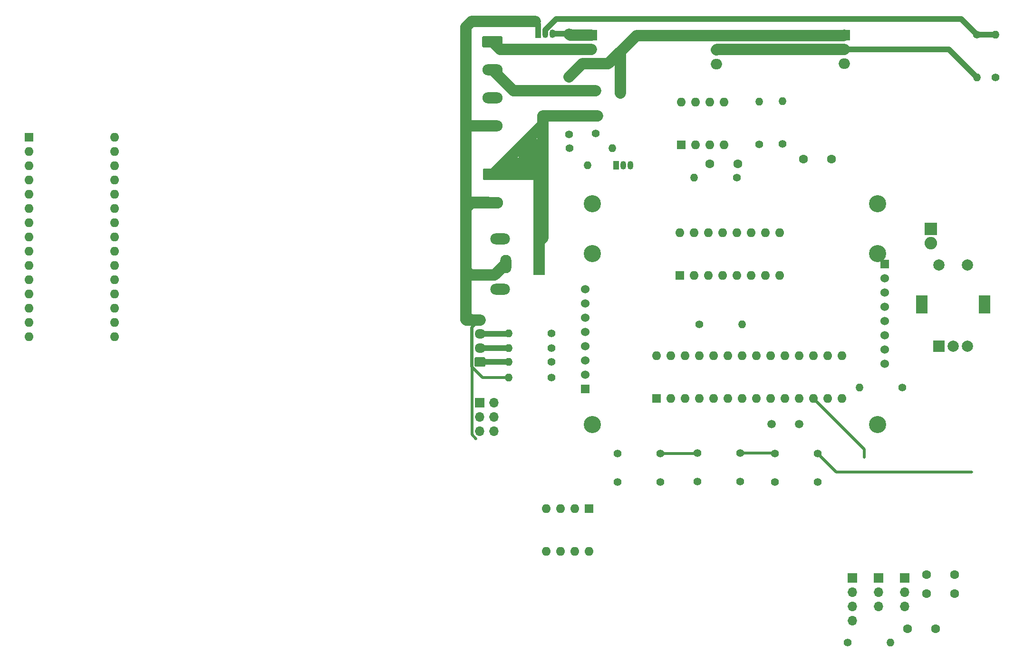
<source format=gbr>
G04 #@! TF.GenerationSoftware,KiCad,Pcbnew,(5.1.4-0-10_14)*
G04 #@! TF.CreationDate,2020-02-28T18:01:43+01:00*
G04 #@! TF.ProjectId,circuit,63697263-7569-4742-9e6b-696361645f70,rev?*
G04 #@! TF.SameCoordinates,Original*
G04 #@! TF.FileFunction,Copper,L2,Bot*
G04 #@! TF.FilePolarity,Positive*
%FSLAX46Y46*%
G04 Gerber Fmt 4.6, Leading zero omitted, Abs format (unit mm)*
G04 Created by KiCad (PCBNEW (5.1.4-0-10_14)) date 2020-02-28 18:01:43*
%MOMM*%
%LPD*%
G04 APERTURE LIST*
%ADD10O,1.400000X1.400000*%
%ADD11C,1.400000*%
%ADD12O,1.700000X1.700000*%
%ADD13R,1.700000X1.700000*%
%ADD14C,1.600000*%
%ADD15O,1.600000X1.600000*%
%ADD16R,1.600000X1.600000*%
%ADD17R,1.524000X1.524000*%
%ADD18C,3.048000*%
%ADD19C,1.524000*%
%ADD20R,1.050000X1.500000*%
%ADD21O,1.050000X1.500000*%
%ADD22O,1.950000X1.700000*%
%ADD23C,0.100000*%
%ADD24C,1.700000*%
%ADD25C,1.500000*%
%ADD26R,2.000000X2.000000*%
%ADD27C,2.000000*%
%ADD28R,2.000000X3.200000*%
%ADD29C,1.397000*%
%ADD30O,2.000000X1.905000*%
%ADD31R,2.000000X1.905000*%
%ADD32O,3.600000X2.080000*%
%ADD33C,2.080000*%
%ADD34O,3.500000X2.000000*%
%ADD35O,2.000000X3.300000*%
%ADD36R,2.000000X4.000000*%
%ADD37O,3.600000X2.000000*%
%ADD38O,2.240000X2.240000*%
%ADD39R,2.240000X2.240000*%
%ADD40C,2.000000*%
%ADD41C,1.000000*%
%ADD42C,0.500000*%
G04 APERTURE END LIST*
D10*
X263749800Y-132282640D03*
D11*
X256129800Y-132282640D03*
D12*
X266279800Y-125862640D03*
X266279800Y-123322640D03*
D13*
X266279800Y-120782640D03*
D12*
X261629800Y-125862640D03*
X261629800Y-123322640D03*
D13*
X261629800Y-120782640D03*
D12*
X256979800Y-128402640D03*
X256979800Y-125862640D03*
X256979800Y-123322640D03*
D13*
X256979800Y-120782640D03*
D14*
X275179800Y-123632640D03*
X270179800Y-123632640D03*
X271799800Y-129882640D03*
X266799800Y-129882640D03*
X275179800Y-120182640D03*
X270179800Y-120182640D03*
D15*
X210063080Y-116027200D03*
X202443080Y-108407200D03*
X207523080Y-116027200D03*
X204983080Y-108407200D03*
X204983080Y-116027200D03*
X207523080Y-108407200D03*
X202443080Y-116027200D03*
D16*
X210063080Y-108407200D03*
D17*
X262691880Y-64856360D03*
D18*
X261421880Y-54061360D03*
X261421880Y-93431360D03*
X210621880Y-93431360D03*
X210621880Y-54061360D03*
D19*
X262691880Y-67396360D03*
X262691880Y-69936360D03*
X262691880Y-72476360D03*
X262691880Y-75016360D03*
X262691880Y-77556360D03*
X262691880Y-80096360D03*
X262691880Y-82636360D03*
D20*
X200990200Y-23820120D03*
D21*
X203530200Y-23820120D03*
X202260200Y-23820120D03*
D19*
X209362040Y-69306440D03*
X209362040Y-71846440D03*
X209362040Y-74386440D03*
X209362040Y-76926440D03*
X209362040Y-79466440D03*
X209362040Y-82006440D03*
X209362040Y-84546440D03*
D18*
X210632040Y-62956440D03*
X210632040Y-93436440D03*
X261432040Y-93436440D03*
X261432040Y-62956440D03*
D17*
X209362040Y-87086440D03*
D22*
X190627000Y-74806160D03*
X190627000Y-77306160D03*
X190627000Y-79806160D03*
D23*
G36*
X191376504Y-81457364D02*
G01*
X191400773Y-81460964D01*
X191424571Y-81466925D01*
X191447671Y-81475190D01*
X191469849Y-81485680D01*
X191490893Y-81498293D01*
X191510598Y-81512907D01*
X191528777Y-81529383D01*
X191545253Y-81547562D01*
X191559867Y-81567267D01*
X191572480Y-81588311D01*
X191582970Y-81610489D01*
X191591235Y-81633589D01*
X191597196Y-81657387D01*
X191600796Y-81681656D01*
X191602000Y-81706160D01*
X191602000Y-82906160D01*
X191600796Y-82930664D01*
X191597196Y-82954933D01*
X191591235Y-82978731D01*
X191582970Y-83001831D01*
X191572480Y-83024009D01*
X191559867Y-83045053D01*
X191545253Y-83064758D01*
X191528777Y-83082937D01*
X191510598Y-83099413D01*
X191490893Y-83114027D01*
X191469849Y-83126640D01*
X191447671Y-83137130D01*
X191424571Y-83145395D01*
X191400773Y-83151356D01*
X191376504Y-83154956D01*
X191352000Y-83156160D01*
X189902000Y-83156160D01*
X189877496Y-83154956D01*
X189853227Y-83151356D01*
X189829429Y-83145395D01*
X189806329Y-83137130D01*
X189784151Y-83126640D01*
X189763107Y-83114027D01*
X189743402Y-83099413D01*
X189725223Y-83082937D01*
X189708747Y-83064758D01*
X189694133Y-83045053D01*
X189681520Y-83024009D01*
X189671030Y-83001831D01*
X189662765Y-82978731D01*
X189656804Y-82954933D01*
X189653204Y-82930664D01*
X189652000Y-82906160D01*
X189652000Y-81706160D01*
X189653204Y-81681656D01*
X189656804Y-81657387D01*
X189662765Y-81633589D01*
X189671030Y-81610489D01*
X189681520Y-81588311D01*
X189694133Y-81567267D01*
X189708747Y-81547562D01*
X189725223Y-81529383D01*
X189743402Y-81512907D01*
X189763107Y-81498293D01*
X189784151Y-81485680D01*
X189806329Y-81475190D01*
X189829429Y-81466925D01*
X189853227Y-81460964D01*
X189877496Y-81457364D01*
X189902000Y-81456160D01*
X191352000Y-81456160D01*
X191376504Y-81457364D01*
X191376504Y-81457364D01*
G37*
D24*
X190627000Y-82306160D03*
D25*
X242577280Y-93360240D03*
X247477280Y-93360240D03*
D20*
X214868760Y-47249080D03*
D21*
X217408760Y-47249080D03*
X216138760Y-47249080D03*
D26*
X272399760Y-79502000D03*
D27*
X274899760Y-79502000D03*
X277399760Y-79502000D03*
D28*
X269299760Y-72002000D03*
X280499760Y-72002000D03*
D27*
X272399760Y-65002000D03*
X277399760Y-65002000D03*
D29*
X215153240Y-103698040D03*
X215153240Y-98618040D03*
X222773240Y-103698040D03*
X222773240Y-98618040D03*
X229351840Y-103609140D03*
X229351840Y-98529140D03*
X236971840Y-103609140D03*
X236971840Y-98529140D03*
X243182140Y-103698040D03*
X243182140Y-98618040D03*
X250802140Y-103698040D03*
X250802140Y-98618040D03*
D10*
X195767960Y-85064600D03*
D11*
X203387960Y-85064600D03*
D10*
X237302040Y-75580240D03*
D11*
X229682040Y-75580240D03*
D10*
X195742560Y-77236320D03*
D11*
X203362560Y-77236320D03*
D10*
X195742560Y-79822040D03*
D11*
X203362560Y-79822040D03*
D10*
X195742560Y-82301080D03*
D11*
X203362560Y-82301080D03*
D10*
X209778600Y-47249080D03*
D11*
X202158600Y-47249080D03*
D10*
X211231480Y-33939480D03*
D11*
X211231480Y-41559480D03*
D10*
X214167720Y-44221400D03*
D11*
X206547720Y-44221400D03*
D10*
X206507080Y-34142680D03*
D11*
X206507080Y-41762680D03*
D30*
X255478280Y-29083000D03*
X255478280Y-26543000D03*
D31*
X255478280Y-24003000D03*
D30*
X232704640Y-29210000D03*
X232704640Y-26670000D03*
D31*
X232704640Y-24130000D03*
D12*
X193085720Y-94686120D03*
X190545720Y-94686120D03*
X193085720Y-92146120D03*
X190545720Y-92146120D03*
X193085720Y-89606120D03*
D13*
X190545720Y-89606120D03*
D32*
X192948560Y-53914040D03*
D23*
G36*
X194523065Y-47795244D02*
G01*
X194547333Y-47798844D01*
X194571132Y-47804805D01*
X194594231Y-47813070D01*
X194616410Y-47823560D01*
X194637453Y-47836172D01*
X194657159Y-47850787D01*
X194675337Y-47867263D01*
X194691813Y-47885441D01*
X194706428Y-47905147D01*
X194719040Y-47926190D01*
X194729530Y-47948369D01*
X194737795Y-47971468D01*
X194743756Y-47995267D01*
X194747356Y-48019535D01*
X194748560Y-48044039D01*
X194748560Y-49624041D01*
X194747356Y-49648545D01*
X194743756Y-49672813D01*
X194737795Y-49696612D01*
X194729530Y-49719711D01*
X194719040Y-49741890D01*
X194706428Y-49762933D01*
X194691813Y-49782639D01*
X194675337Y-49800817D01*
X194657159Y-49817293D01*
X194637453Y-49831908D01*
X194616410Y-49844520D01*
X194594231Y-49855010D01*
X194571132Y-49863275D01*
X194547333Y-49869236D01*
X194523065Y-49872836D01*
X194498561Y-49874040D01*
X191398559Y-49874040D01*
X191374055Y-49872836D01*
X191349787Y-49869236D01*
X191325988Y-49863275D01*
X191302889Y-49855010D01*
X191280710Y-49844520D01*
X191259667Y-49831908D01*
X191239961Y-49817293D01*
X191221783Y-49800817D01*
X191205307Y-49782639D01*
X191190692Y-49762933D01*
X191178080Y-49741890D01*
X191167590Y-49719711D01*
X191159325Y-49696612D01*
X191153364Y-49672813D01*
X191149764Y-49648545D01*
X191148560Y-49624041D01*
X191148560Y-48044039D01*
X191149764Y-48019535D01*
X191153364Y-47995267D01*
X191159325Y-47971468D01*
X191167590Y-47948369D01*
X191178080Y-47926190D01*
X191190692Y-47905147D01*
X191205307Y-47885441D01*
X191221783Y-47867263D01*
X191239961Y-47850787D01*
X191259667Y-47836172D01*
X191280710Y-47823560D01*
X191302889Y-47813070D01*
X191325988Y-47804805D01*
X191349787Y-47798844D01*
X191374055Y-47795244D01*
X191398559Y-47794040D01*
X194498561Y-47794040D01*
X194523065Y-47795244D01*
X194523065Y-47795244D01*
G37*
D33*
X192948560Y-48834040D03*
D34*
X194198480Y-69315720D03*
X194198480Y-60315720D03*
D35*
X195198480Y-64815720D03*
D36*
X201198480Y-64815720D03*
D37*
X192826640Y-40217120D03*
X192826640Y-35217120D03*
X192826640Y-30217120D03*
D23*
G36*
X194401144Y-24218324D02*
G01*
X194425413Y-24221924D01*
X194449211Y-24227885D01*
X194472311Y-24236150D01*
X194494489Y-24246640D01*
X194515533Y-24259253D01*
X194535238Y-24273867D01*
X194553417Y-24290343D01*
X194569893Y-24308522D01*
X194584507Y-24328227D01*
X194597120Y-24349271D01*
X194607610Y-24371449D01*
X194615875Y-24394549D01*
X194621836Y-24418347D01*
X194625436Y-24442616D01*
X194626640Y-24467120D01*
X194626640Y-25967120D01*
X194625436Y-25991624D01*
X194621836Y-26015893D01*
X194615875Y-26039691D01*
X194607610Y-26062791D01*
X194597120Y-26084969D01*
X194584507Y-26106013D01*
X194569893Y-26125718D01*
X194553417Y-26143897D01*
X194535238Y-26160373D01*
X194515533Y-26174987D01*
X194494489Y-26187600D01*
X194472311Y-26198090D01*
X194449211Y-26206355D01*
X194425413Y-26212316D01*
X194401144Y-26215916D01*
X194376640Y-26217120D01*
X191276640Y-26217120D01*
X191252136Y-26215916D01*
X191227867Y-26212316D01*
X191204069Y-26206355D01*
X191180969Y-26198090D01*
X191158791Y-26187600D01*
X191137747Y-26174987D01*
X191118042Y-26160373D01*
X191099863Y-26143897D01*
X191083387Y-26125718D01*
X191068773Y-26106013D01*
X191056160Y-26084969D01*
X191045670Y-26062791D01*
X191037405Y-26039691D01*
X191031444Y-26015893D01*
X191027844Y-25991624D01*
X191026640Y-25967120D01*
X191026640Y-24467120D01*
X191027844Y-24442616D01*
X191031444Y-24418347D01*
X191037405Y-24394549D01*
X191045670Y-24371449D01*
X191056160Y-24349271D01*
X191068773Y-24328227D01*
X191083387Y-24308522D01*
X191099863Y-24290343D01*
X191118042Y-24273867D01*
X191137747Y-24259253D01*
X191158791Y-24246640D01*
X191180969Y-24236150D01*
X191204069Y-24227885D01*
X191227867Y-24221924D01*
X191252136Y-24218324D01*
X191276640Y-24217120D01*
X194376640Y-24217120D01*
X194401144Y-24218324D01*
X194401144Y-24218324D01*
G37*
D27*
X192826640Y-25217120D03*
D15*
X226441000Y-35996880D03*
X234061000Y-43616880D03*
X228981000Y-35996880D03*
X231521000Y-43616880D03*
X231521000Y-35996880D03*
X228981000Y-43616880D03*
X234061000Y-35996880D03*
D16*
X226441000Y-43616880D03*
D14*
X253224040Y-46141640D03*
X248224040Y-46141640D03*
X236587040Y-46944280D03*
X231587040Y-46944280D03*
D15*
X222092520Y-81163160D03*
X255112520Y-88783160D03*
X224632520Y-81163160D03*
X252572520Y-88783160D03*
X227172520Y-81163160D03*
X250032520Y-88783160D03*
X229712520Y-81163160D03*
X247492520Y-88783160D03*
X232252520Y-81163160D03*
X244952520Y-88783160D03*
X234792520Y-81163160D03*
X242412520Y-88783160D03*
X237332520Y-81163160D03*
X239872520Y-88783160D03*
X239872520Y-81163160D03*
X237332520Y-88783160D03*
X242412520Y-81163160D03*
X234792520Y-88783160D03*
X244952520Y-81163160D03*
X232252520Y-88783160D03*
X247492520Y-81163160D03*
X229712520Y-88783160D03*
X250032520Y-81163160D03*
X227172520Y-88783160D03*
X252572520Y-81163160D03*
X224632520Y-88783160D03*
X255112520Y-81163160D03*
D16*
X222092520Y-88783160D03*
D15*
X226217480Y-59232800D03*
X243997480Y-66852800D03*
X228757480Y-59232800D03*
X241457480Y-66852800D03*
X231297480Y-59232800D03*
X238917480Y-66852800D03*
X233837480Y-59232800D03*
X236377480Y-66852800D03*
X236377480Y-59232800D03*
X233837480Y-66852800D03*
X238917480Y-59232800D03*
X231297480Y-66852800D03*
X241457480Y-59232800D03*
X228757480Y-66852800D03*
X243997480Y-59232800D03*
D16*
X226217480Y-66852800D03*
D10*
X258231640Y-86883240D03*
D11*
X265851640Y-86883240D03*
D10*
X282458160Y-23977600D03*
D11*
X282458160Y-31597600D03*
D10*
X279161240Y-31602680D03*
D11*
X279161240Y-23982680D03*
D10*
X206507080Y-23870920D03*
D11*
X206507080Y-31490920D03*
D10*
X240375440Y-35849560D03*
D11*
X240375440Y-43469560D03*
D10*
X244469920Y-35808920D03*
D11*
X244469920Y-43428920D03*
D10*
X228793040Y-49423320D03*
D11*
X236413040Y-49423320D03*
D30*
X210464400Y-29154120D03*
X210464400Y-26614120D03*
D31*
X210464400Y-24074120D03*
D38*
X270906240Y-61147960D03*
D39*
X270906240Y-58607960D03*
D16*
X110286800Y-42240200D03*
D15*
X125526800Y-75260200D03*
X110286800Y-44780200D03*
X125526800Y-72720200D03*
X110286800Y-47320200D03*
X125526800Y-70180200D03*
X110286800Y-49860200D03*
X125526800Y-67640200D03*
X110286800Y-52400200D03*
X125526800Y-65100200D03*
X110286800Y-54940200D03*
X125526800Y-62560200D03*
X110286800Y-57480200D03*
X125526800Y-60020200D03*
X110286800Y-60020200D03*
X125526800Y-57480200D03*
X110286800Y-62560200D03*
X125526800Y-54940200D03*
X110286800Y-65100200D03*
X125526800Y-52400200D03*
X110286800Y-67640200D03*
X125526800Y-49860200D03*
X110286800Y-70180200D03*
X125526800Y-47320200D03*
X110286800Y-72720200D03*
X125526800Y-44780200D03*
X110286800Y-75260200D03*
X125526800Y-42240200D03*
X110286800Y-77800200D03*
X125526800Y-77800200D03*
D40*
X201198480Y-60815720D02*
X201833480Y-60180720D01*
X201833480Y-38414960D02*
X201833480Y-39949120D01*
X201198480Y-64815720D02*
X201198480Y-60815720D01*
X201289920Y-48834040D02*
X201833480Y-48290480D01*
X192948560Y-48834040D02*
X201289920Y-48834040D01*
X201833480Y-48290480D02*
X201833480Y-38414960D01*
X201833480Y-60180720D02*
X201833480Y-48290480D01*
X192948560Y-48834040D02*
X195143120Y-48834040D01*
X195143120Y-48834040D02*
X197098920Y-46878240D01*
X197098920Y-46878240D02*
X200558400Y-46878240D01*
X200558400Y-46878240D02*
X200558400Y-43545760D01*
X200558400Y-43545760D02*
X198506080Y-45598080D01*
X201198480Y-47518320D02*
X200558400Y-46878240D01*
X201198480Y-64815720D02*
X201198480Y-47518320D01*
X199461120Y-42321480D02*
X192948560Y-48834040D01*
X201127360Y-40655240D02*
X199461120Y-42321480D01*
X201833480Y-39949120D02*
X201127360Y-40655240D01*
X229704640Y-24130000D02*
X232704640Y-24130000D01*
X218488520Y-24130000D02*
X229704640Y-24130000D01*
X210464400Y-29154120D02*
X213464400Y-29154120D01*
X255351280Y-24130000D02*
X255478280Y-24003000D01*
X232704640Y-24130000D02*
X255351280Y-24130000D01*
X201833480Y-38414960D02*
X211602320Y-38414960D01*
X215662640Y-34354640D02*
X215662640Y-26955880D01*
X215662640Y-26955880D02*
X218488520Y-24130000D01*
X213464400Y-29154120D02*
X215662640Y-26955880D01*
X208843880Y-29154120D02*
X206507080Y-31490920D01*
X210464400Y-29154120D02*
X208843880Y-29154120D01*
X196549000Y-33939480D02*
X211231480Y-33939480D01*
X192826640Y-30217120D02*
X196549000Y-33939480D01*
X194223640Y-26614120D02*
X192826640Y-25217120D01*
X201833480Y-26614120D02*
X194223640Y-26614120D01*
X201833480Y-26614120D02*
X210464400Y-26614120D01*
X206710280Y-24074120D02*
X206507080Y-23870920D01*
X210464400Y-24074120D02*
X206710280Y-24074120D01*
D41*
X206456280Y-23820120D02*
X206507080Y-23870920D01*
X203530200Y-23820120D02*
X206456280Y-23820120D01*
X202260200Y-23132695D02*
X202219560Y-23092055D01*
X202260200Y-23820120D02*
X202260200Y-23132695D01*
X278461241Y-23282681D02*
X279161240Y-23982680D01*
X204163575Y-21148040D02*
X276326600Y-21148040D01*
X276326600Y-21148040D02*
X278461241Y-23282681D01*
X202219560Y-23092055D02*
X204163575Y-21148040D01*
X282453080Y-23982680D02*
X282458160Y-23977600D01*
X279161240Y-23982680D02*
X282453080Y-23982680D01*
X195672720Y-77306160D02*
X195742560Y-77236320D01*
X190627000Y-77306160D02*
X195672720Y-77306160D01*
X195726680Y-79806160D02*
X195742560Y-79822040D01*
X190627000Y-79806160D02*
X195726680Y-79806160D01*
X195737480Y-82306160D02*
X195742560Y-82301080D01*
X190627000Y-82306160D02*
X195737480Y-82306160D01*
D40*
X188095750Y-40274240D02*
X188152870Y-40217120D01*
X188152870Y-40217120D02*
X192826640Y-40217120D01*
X188188600Y-53858160D02*
X188095750Y-53765310D01*
X192132680Y-53858160D02*
X188188600Y-53858160D01*
X188095750Y-53765310D02*
X188095750Y-40274240D01*
X192188560Y-53914040D02*
X192132680Y-53858160D01*
X192948560Y-53914040D02*
X192188560Y-53914040D01*
X189148560Y-53914040D02*
X192948560Y-53914040D01*
X188095750Y-54966850D02*
X189148560Y-53914040D01*
X188095750Y-65942070D02*
X188095750Y-54966850D01*
X188969401Y-66815721D02*
X188095750Y-65942070D01*
X193198479Y-66815721D02*
X188969401Y-66815721D01*
X195198480Y-64815720D02*
X193198479Y-66815721D01*
X195198480Y-64815720D02*
X195198480Y-65465720D01*
X232831640Y-26543000D02*
X232704640Y-26670000D01*
X189182360Y-74806160D02*
X189148720Y-74772520D01*
X190627000Y-74806160D02*
X189182360Y-74806160D01*
X188166360Y-74806160D02*
X188095750Y-74735550D01*
X190627000Y-74806160D02*
X188166360Y-74806160D01*
X188095750Y-74735550D02*
X188095750Y-52242720D01*
D41*
X200990200Y-22070120D02*
X200489760Y-21569680D01*
X200990200Y-23820120D02*
X200990200Y-22070120D01*
D40*
X188095750Y-22602330D02*
X189128400Y-21569680D01*
X188095750Y-40274240D02*
X188095750Y-22602330D01*
X189128400Y-21569680D02*
X200489760Y-21569680D01*
D41*
X274101560Y-26543000D02*
X279161240Y-31602680D01*
X255478280Y-26543000D02*
X274101560Y-26543000D01*
D42*
X189201990Y-95266392D02*
X189921719Y-95986121D01*
X189201990Y-76106170D02*
X189201990Y-95266392D01*
X190502000Y-74806160D02*
X189201990Y-76106170D01*
X194778011Y-85064600D02*
X195767960Y-85064600D01*
X191070474Y-85064600D02*
X194778011Y-85064600D01*
X189152000Y-83146126D02*
X191070474Y-85064600D01*
X190502000Y-74806160D02*
X189152000Y-76156160D01*
X189152000Y-76156160D02*
X189152000Y-83146126D01*
X190627000Y-74806160D02*
X190502000Y-74806160D01*
D40*
X238795560Y-26543000D02*
X232831640Y-26543000D01*
X255478280Y-26543000D02*
X238795560Y-26543000D01*
D42*
X229262940Y-98618040D02*
X229351840Y-98529140D01*
X222773240Y-98618040D02*
X229262940Y-98618040D01*
X243093240Y-98529140D02*
X243182140Y-98618040D01*
X236971840Y-98529140D02*
X243093240Y-98529140D01*
X254100340Y-101916240D02*
X278241760Y-101916240D01*
X250802140Y-98618040D02*
X254100340Y-101916240D01*
X259090160Y-97840800D02*
X250032520Y-88783160D01*
X259090160Y-99278440D02*
X259090160Y-97840800D01*
M02*

</source>
